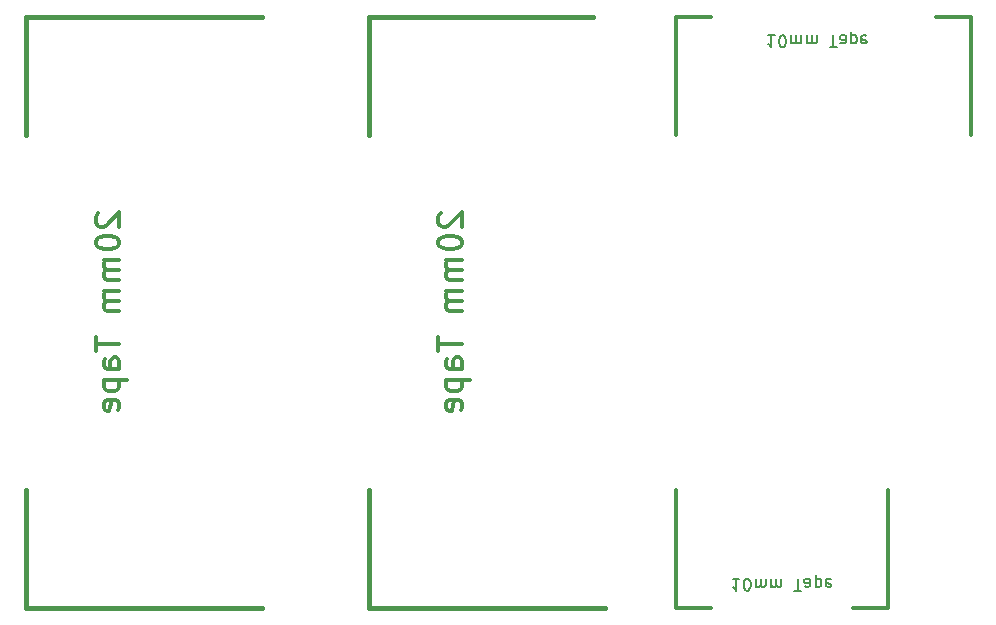
<source format=gbo>
G04 #@! TF.GenerationSoftware,KiCad,Pcbnew,(5.1.6-0)*
G04 #@! TF.CreationDate,2022-04-06T12:43:26+02:00*
G04 #@! TF.ProjectId,ESP32_TFT_bridgedpads,45535033-325f-4544-9654-5f6272696467,rev?*
G04 #@! TF.SameCoordinates,Original*
G04 #@! TF.FileFunction,Legend,Bot*
G04 #@! TF.FilePolarity,Positive*
%FSLAX46Y46*%
G04 Gerber Fmt 4.6, Leading zero omitted, Abs format (unit mm)*
G04 Created by KiCad (PCBNEW (5.1.6-0)) date 2022-04-06 12:43:26*
%MOMM*%
%LPD*%
G01*
G04 APERTURE LIST*
%ADD10C,0.150000*%
%ADD11C,0.300000*%
%ADD12C,0.400000*%
G04 APERTURE END LIST*
D10*
X110880952Y-41547619D02*
X110309523Y-41547619D01*
X110595238Y-41547619D02*
X110595238Y-42547619D01*
X110500000Y-42404761D01*
X110404761Y-42309523D01*
X110309523Y-42261904D01*
X111500000Y-42547619D02*
X111595238Y-42547619D01*
X111690476Y-42500000D01*
X111738095Y-42452380D01*
X111785714Y-42357142D01*
X111833333Y-42166666D01*
X111833333Y-41928571D01*
X111785714Y-41738095D01*
X111738095Y-41642857D01*
X111690476Y-41595238D01*
X111595238Y-41547619D01*
X111500000Y-41547619D01*
X111404761Y-41595238D01*
X111357142Y-41642857D01*
X111309523Y-41738095D01*
X111261904Y-41928571D01*
X111261904Y-42166666D01*
X111309523Y-42357142D01*
X111357142Y-42452380D01*
X111404761Y-42500000D01*
X111500000Y-42547619D01*
X112261904Y-41547619D02*
X112261904Y-42214285D01*
X112261904Y-42119047D02*
X112309523Y-42166666D01*
X112404761Y-42214285D01*
X112547619Y-42214285D01*
X112642857Y-42166666D01*
X112690476Y-42071428D01*
X112690476Y-41547619D01*
X112690476Y-42071428D02*
X112738095Y-42166666D01*
X112833333Y-42214285D01*
X112976190Y-42214285D01*
X113071428Y-42166666D01*
X113119047Y-42071428D01*
X113119047Y-41547619D01*
X113595238Y-41547619D02*
X113595238Y-42214285D01*
X113595238Y-42119047D02*
X113642857Y-42166666D01*
X113738095Y-42214285D01*
X113880952Y-42214285D01*
X113976190Y-42166666D01*
X114023809Y-42071428D01*
X114023809Y-41547619D01*
X114023809Y-42071428D02*
X114071428Y-42166666D01*
X114166666Y-42214285D01*
X114309523Y-42214285D01*
X114404761Y-42166666D01*
X114452380Y-42071428D01*
X114452380Y-41547619D01*
X115547619Y-42547619D02*
X116119047Y-42547619D01*
X115833333Y-41547619D02*
X115833333Y-42547619D01*
X116880952Y-41547619D02*
X116880952Y-42071428D01*
X116833333Y-42166666D01*
X116738095Y-42214285D01*
X116547619Y-42214285D01*
X116452380Y-42166666D01*
X116880952Y-41595238D02*
X116785714Y-41547619D01*
X116547619Y-41547619D01*
X116452380Y-41595238D01*
X116404761Y-41690476D01*
X116404761Y-41785714D01*
X116452380Y-41880952D01*
X116547619Y-41928571D01*
X116785714Y-41928571D01*
X116880952Y-41976190D01*
X117357142Y-42214285D02*
X117357142Y-41214285D01*
X117357142Y-42166666D02*
X117452380Y-42214285D01*
X117642857Y-42214285D01*
X117738095Y-42166666D01*
X117785714Y-42119047D01*
X117833333Y-42023809D01*
X117833333Y-41738095D01*
X117785714Y-41642857D01*
X117738095Y-41595238D01*
X117642857Y-41547619D01*
X117452380Y-41547619D01*
X117357142Y-41595238D01*
X118642857Y-41595238D02*
X118547619Y-41547619D01*
X118357142Y-41547619D01*
X118261904Y-41595238D01*
X118214285Y-41690476D01*
X118214285Y-42071428D01*
X118261904Y-42166666D01*
X118357142Y-42214285D01*
X118547619Y-42214285D01*
X118642857Y-42166666D01*
X118690476Y-42071428D01*
X118690476Y-41976190D01*
X118214285Y-41880952D01*
X107880952Y-87547619D02*
X107309523Y-87547619D01*
X107595238Y-87547619D02*
X107595238Y-88547619D01*
X107500000Y-88404761D01*
X107404761Y-88309523D01*
X107309523Y-88261904D01*
X108500000Y-88547619D02*
X108595238Y-88547619D01*
X108690476Y-88500000D01*
X108738095Y-88452380D01*
X108785714Y-88357142D01*
X108833333Y-88166666D01*
X108833333Y-87928571D01*
X108785714Y-87738095D01*
X108738095Y-87642857D01*
X108690476Y-87595238D01*
X108595238Y-87547619D01*
X108500000Y-87547619D01*
X108404761Y-87595238D01*
X108357142Y-87642857D01*
X108309523Y-87738095D01*
X108261904Y-87928571D01*
X108261904Y-88166666D01*
X108309523Y-88357142D01*
X108357142Y-88452380D01*
X108404761Y-88500000D01*
X108500000Y-88547619D01*
X109261904Y-87547619D02*
X109261904Y-88214285D01*
X109261904Y-88119047D02*
X109309523Y-88166666D01*
X109404761Y-88214285D01*
X109547619Y-88214285D01*
X109642857Y-88166666D01*
X109690476Y-88071428D01*
X109690476Y-87547619D01*
X109690476Y-88071428D02*
X109738095Y-88166666D01*
X109833333Y-88214285D01*
X109976190Y-88214285D01*
X110071428Y-88166666D01*
X110119047Y-88071428D01*
X110119047Y-87547619D01*
X110595238Y-87547619D02*
X110595238Y-88214285D01*
X110595238Y-88119047D02*
X110642857Y-88166666D01*
X110738095Y-88214285D01*
X110880952Y-88214285D01*
X110976190Y-88166666D01*
X111023809Y-88071428D01*
X111023809Y-87547619D01*
X111023809Y-88071428D02*
X111071428Y-88166666D01*
X111166666Y-88214285D01*
X111309523Y-88214285D01*
X111404761Y-88166666D01*
X111452380Y-88071428D01*
X111452380Y-87547619D01*
X112547619Y-88547619D02*
X113119047Y-88547619D01*
X112833333Y-87547619D02*
X112833333Y-88547619D01*
X113880952Y-87547619D02*
X113880952Y-88071428D01*
X113833333Y-88166666D01*
X113738095Y-88214285D01*
X113547619Y-88214285D01*
X113452380Y-88166666D01*
X113880952Y-87595238D02*
X113785714Y-87547619D01*
X113547619Y-87547619D01*
X113452380Y-87595238D01*
X113404761Y-87690476D01*
X113404761Y-87785714D01*
X113452380Y-87880952D01*
X113547619Y-87928571D01*
X113785714Y-87928571D01*
X113880952Y-87976190D01*
X114357142Y-88214285D02*
X114357142Y-87214285D01*
X114357142Y-88166666D02*
X114452380Y-88214285D01*
X114642857Y-88214285D01*
X114738095Y-88166666D01*
X114785714Y-88119047D01*
X114833333Y-88023809D01*
X114833333Y-87738095D01*
X114785714Y-87642857D01*
X114738095Y-87595238D01*
X114642857Y-87547619D01*
X114452380Y-87547619D01*
X114357142Y-87595238D01*
X115642857Y-87595238D02*
X115547619Y-87547619D01*
X115357142Y-87547619D01*
X115261904Y-87595238D01*
X115214285Y-87690476D01*
X115214285Y-88071428D01*
X115261904Y-88166666D01*
X115357142Y-88214285D01*
X115547619Y-88214285D01*
X115642857Y-88166666D01*
X115690476Y-88071428D01*
X115690476Y-87976190D01*
X115214285Y-87880952D01*
D11*
X82595238Y-56619047D02*
X82500000Y-56714285D01*
X82404761Y-56904761D01*
X82404761Y-57380952D01*
X82500000Y-57571428D01*
X82595238Y-57666666D01*
X82785714Y-57761904D01*
X82976190Y-57761904D01*
X83261904Y-57666666D01*
X84404761Y-56523809D01*
X84404761Y-57761904D01*
X82404761Y-59000000D02*
X82404761Y-59190476D01*
X82500000Y-59380952D01*
X82595238Y-59476190D01*
X82785714Y-59571428D01*
X83166666Y-59666666D01*
X83642857Y-59666666D01*
X84023809Y-59571428D01*
X84214285Y-59476190D01*
X84309523Y-59380952D01*
X84404761Y-59190476D01*
X84404761Y-59000000D01*
X84309523Y-58809523D01*
X84214285Y-58714285D01*
X84023809Y-58619047D01*
X83642857Y-58523809D01*
X83166666Y-58523809D01*
X82785714Y-58619047D01*
X82595238Y-58714285D01*
X82500000Y-58809523D01*
X82404761Y-59000000D01*
X84404761Y-60523809D02*
X83071428Y-60523809D01*
X83261904Y-60523809D02*
X83166666Y-60619047D01*
X83071428Y-60809523D01*
X83071428Y-61095238D01*
X83166666Y-61285714D01*
X83357142Y-61380952D01*
X84404761Y-61380952D01*
X83357142Y-61380952D02*
X83166666Y-61476190D01*
X83071428Y-61666666D01*
X83071428Y-61952380D01*
X83166666Y-62142857D01*
X83357142Y-62238095D01*
X84404761Y-62238095D01*
X84404761Y-63190476D02*
X83071428Y-63190476D01*
X83261904Y-63190476D02*
X83166666Y-63285714D01*
X83071428Y-63476190D01*
X83071428Y-63761904D01*
X83166666Y-63952380D01*
X83357142Y-64047619D01*
X84404761Y-64047619D01*
X83357142Y-64047619D02*
X83166666Y-64142857D01*
X83071428Y-64333333D01*
X83071428Y-64619047D01*
X83166666Y-64809523D01*
X83357142Y-64904761D01*
X84404761Y-64904761D01*
X82404761Y-67095238D02*
X82404761Y-68238095D01*
X84404761Y-67666666D02*
X82404761Y-67666666D01*
X84404761Y-69761904D02*
X83357142Y-69761904D01*
X83166666Y-69666666D01*
X83071428Y-69476190D01*
X83071428Y-69095238D01*
X83166666Y-68904761D01*
X84309523Y-69761904D02*
X84404761Y-69571428D01*
X84404761Y-69095238D01*
X84309523Y-68904761D01*
X84119047Y-68809523D01*
X83928571Y-68809523D01*
X83738095Y-68904761D01*
X83642857Y-69095238D01*
X83642857Y-69571428D01*
X83547619Y-69761904D01*
X83071428Y-70714285D02*
X85071428Y-70714285D01*
X83166666Y-70714285D02*
X83071428Y-70904761D01*
X83071428Y-71285714D01*
X83166666Y-71476190D01*
X83261904Y-71571428D01*
X83452380Y-71666666D01*
X84023809Y-71666666D01*
X84214285Y-71571428D01*
X84309523Y-71476190D01*
X84404761Y-71285714D01*
X84404761Y-70904761D01*
X84309523Y-70714285D01*
X84309523Y-73285714D02*
X84404761Y-73095238D01*
X84404761Y-72714285D01*
X84309523Y-72523809D01*
X84119047Y-72428571D01*
X83357142Y-72428571D01*
X83166666Y-72523809D01*
X83071428Y-72714285D01*
X83071428Y-73095238D01*
X83166666Y-73285714D01*
X83357142Y-73380952D01*
X83547619Y-73380952D01*
X83738095Y-72428571D01*
X53595238Y-56619047D02*
X53500000Y-56714285D01*
X53404761Y-56904761D01*
X53404761Y-57380952D01*
X53500000Y-57571428D01*
X53595238Y-57666666D01*
X53785714Y-57761904D01*
X53976190Y-57761904D01*
X54261904Y-57666666D01*
X55404761Y-56523809D01*
X55404761Y-57761904D01*
X53404761Y-59000000D02*
X53404761Y-59190476D01*
X53500000Y-59380952D01*
X53595238Y-59476190D01*
X53785714Y-59571428D01*
X54166666Y-59666666D01*
X54642857Y-59666666D01*
X55023809Y-59571428D01*
X55214285Y-59476190D01*
X55309523Y-59380952D01*
X55404761Y-59190476D01*
X55404761Y-59000000D01*
X55309523Y-58809523D01*
X55214285Y-58714285D01*
X55023809Y-58619047D01*
X54642857Y-58523809D01*
X54166666Y-58523809D01*
X53785714Y-58619047D01*
X53595238Y-58714285D01*
X53500000Y-58809523D01*
X53404761Y-59000000D01*
X55404761Y-60523809D02*
X54071428Y-60523809D01*
X54261904Y-60523809D02*
X54166666Y-60619047D01*
X54071428Y-60809523D01*
X54071428Y-61095238D01*
X54166666Y-61285714D01*
X54357142Y-61380952D01*
X55404761Y-61380952D01*
X54357142Y-61380952D02*
X54166666Y-61476190D01*
X54071428Y-61666666D01*
X54071428Y-61952380D01*
X54166666Y-62142857D01*
X54357142Y-62238095D01*
X55404761Y-62238095D01*
X55404761Y-63190476D02*
X54071428Y-63190476D01*
X54261904Y-63190476D02*
X54166666Y-63285714D01*
X54071428Y-63476190D01*
X54071428Y-63761904D01*
X54166666Y-63952380D01*
X54357142Y-64047619D01*
X55404761Y-64047619D01*
X54357142Y-64047619D02*
X54166666Y-64142857D01*
X54071428Y-64333333D01*
X54071428Y-64619047D01*
X54166666Y-64809523D01*
X54357142Y-64904761D01*
X55404761Y-64904761D01*
X53404761Y-67095238D02*
X53404761Y-68238095D01*
X55404761Y-67666666D02*
X53404761Y-67666666D01*
X55404761Y-69761904D02*
X54357142Y-69761904D01*
X54166666Y-69666666D01*
X54071428Y-69476190D01*
X54071428Y-69095238D01*
X54166666Y-68904761D01*
X55309523Y-69761904D02*
X55404761Y-69571428D01*
X55404761Y-69095238D01*
X55309523Y-68904761D01*
X55119047Y-68809523D01*
X54928571Y-68809523D01*
X54738095Y-68904761D01*
X54642857Y-69095238D01*
X54642857Y-69571428D01*
X54547619Y-69761904D01*
X54071428Y-70714285D02*
X56071428Y-70714285D01*
X54166666Y-70714285D02*
X54071428Y-70904761D01*
X54071428Y-71285714D01*
X54166666Y-71476190D01*
X54261904Y-71571428D01*
X54452380Y-71666666D01*
X55023809Y-71666666D01*
X55214285Y-71571428D01*
X55309523Y-71476190D01*
X55404761Y-71285714D01*
X55404761Y-70904761D01*
X55309523Y-70714285D01*
X55309523Y-73285714D02*
X55404761Y-73095238D01*
X55404761Y-72714285D01*
X55309523Y-72523809D01*
X55119047Y-72428571D01*
X54357142Y-72428571D01*
X54166666Y-72523809D01*
X54071428Y-72714285D01*
X54071428Y-73095238D01*
X54166666Y-73285714D01*
X54357142Y-73380952D01*
X54547619Y-73380952D01*
X54738095Y-72428571D01*
X120500000Y-90000000D02*
X120500000Y-80000000D01*
X117500000Y-90000000D02*
X120500000Y-90000000D01*
X102500000Y-80000000D02*
X102500000Y-90000000D01*
X102500000Y-90000000D02*
X105500000Y-90000000D01*
X102500000Y-40000000D02*
X102500000Y-50000000D01*
X105500000Y-40000000D02*
X102500000Y-40000000D01*
X127500000Y-40000000D02*
X124500000Y-40000000D01*
X127500000Y-50000000D02*
X127500000Y-40000000D01*
D12*
X76500000Y-40000000D02*
X95500000Y-40000000D01*
X76500000Y-50000000D02*
X76500000Y-40000000D01*
X76500000Y-90000000D02*
X96500000Y-90000000D01*
X76500000Y-80000000D02*
X76500000Y-90000000D01*
X47500000Y-90000000D02*
X67500000Y-90000000D01*
X47500000Y-80000000D02*
X47500000Y-90000000D01*
X47500000Y-40000000D02*
X67500000Y-40000000D01*
X47500000Y-50000000D02*
X47500000Y-40000000D01*
M02*

</source>
